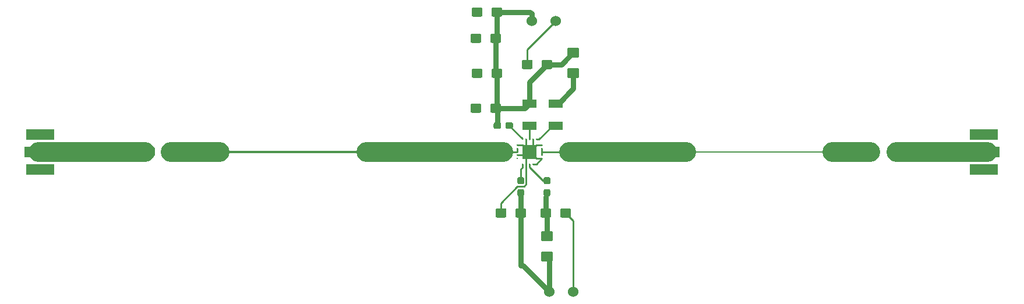
<source format=gbr>
G04 #@! TF.GenerationSoftware,KiCad,Pcbnew,5.1.2-f72e74a~84~ubuntu18.04.1*
G04 #@! TF.CreationDate,2019-11-12T11:29:02+01:00*
G04 #@! TF.ProjectId,matched_rf_amp,6d617463-6865-4645-9f72-665f616d702e,rev?*
G04 #@! TF.SameCoordinates,Original*
G04 #@! TF.FileFunction,Copper,L1,Top*
G04 #@! TF.FilePolarity,Positive*
%FSLAX46Y46*%
G04 Gerber Fmt 4.6, Leading zero omitted, Abs format (unit mm)*
G04 Created by KiCad (PCBNEW 5.1.2-f72e74a~84~ubuntu18.04.1) date 2019-11-12 11:29:02*
%MOMM*%
%LPD*%
G04 APERTURE LIST*
%ADD10R,2.150000X2.150000*%
%ADD11R,0.230000X0.230000*%
%ADD12R,2.000000X1.200000*%
%ADD13R,4.060000X1.520000*%
%ADD14R,4.600000X1.520000*%
%ADD15C,1.524000*%
%ADD16C,0.100000*%
%ADD17C,1.425000*%
%ADD18C,0.950000*%
%ADD19C,1.350000*%
%ADD20C,0.800000*%
%ADD21C,0.250000*%
%ADD22C,0.750000*%
%ADD23C,2.900000*%
%ADD24C,0.200000*%
%ADD25C,0.369000*%
G04 APERTURE END LIST*
D10*
X147320000Y-124460000D03*
D11*
X146320000Y-122675000D03*
X146820000Y-122675000D03*
X147320000Y-122675000D03*
X147820000Y-122675000D03*
X148320000Y-122675000D03*
X149105000Y-123460000D03*
X149105000Y-123960000D03*
X149105000Y-124460000D03*
X149105000Y-124960000D03*
X149105000Y-125460000D03*
X148320000Y-126245000D03*
X147820000Y-126245000D03*
X147320000Y-126245000D03*
X146820000Y-126245000D03*
X146320000Y-126245000D03*
X145535000Y-125460000D03*
X145535000Y-124960000D03*
X145535000Y-124460000D03*
X145535000Y-123960000D03*
X145535000Y-123460000D03*
D12*
X151130000Y-120650000D03*
X151130000Y-117450000D03*
D13*
X213360000Y-127000000D03*
X213360000Y-121920000D03*
D14*
X213360000Y-124460000D03*
D13*
X76200000Y-121920000D03*
X76200000Y-127000000D03*
D14*
X76200000Y-124460000D03*
D15*
X153670000Y-144780000D03*
X150170000Y-144780000D03*
D16*
G36*
X150509504Y-138988704D02*
G01*
X150533773Y-138992304D01*
X150557571Y-138998265D01*
X150580671Y-139006530D01*
X150602849Y-139017020D01*
X150623893Y-139029633D01*
X150643598Y-139044247D01*
X150661777Y-139060723D01*
X150678253Y-139078902D01*
X150692867Y-139098607D01*
X150705480Y-139119651D01*
X150715970Y-139141829D01*
X150724235Y-139164929D01*
X150730196Y-139188727D01*
X150733796Y-139212996D01*
X150735000Y-139237500D01*
X150735000Y-140162500D01*
X150733796Y-140187004D01*
X150730196Y-140211273D01*
X150724235Y-140235071D01*
X150715970Y-140258171D01*
X150705480Y-140280349D01*
X150692867Y-140301393D01*
X150678253Y-140321098D01*
X150661777Y-140339277D01*
X150643598Y-140355753D01*
X150623893Y-140370367D01*
X150602849Y-140382980D01*
X150580671Y-140393470D01*
X150557571Y-140401735D01*
X150533773Y-140407696D01*
X150509504Y-140411296D01*
X150485000Y-140412500D01*
X149235000Y-140412500D01*
X149210496Y-140411296D01*
X149186227Y-140407696D01*
X149162429Y-140401735D01*
X149139329Y-140393470D01*
X149117151Y-140382980D01*
X149096107Y-140370367D01*
X149076402Y-140355753D01*
X149058223Y-140339277D01*
X149041747Y-140321098D01*
X149027133Y-140301393D01*
X149014520Y-140280349D01*
X149004030Y-140258171D01*
X148995765Y-140235071D01*
X148989804Y-140211273D01*
X148986204Y-140187004D01*
X148985000Y-140162500D01*
X148985000Y-139237500D01*
X148986204Y-139212996D01*
X148989804Y-139188727D01*
X148995765Y-139164929D01*
X149004030Y-139141829D01*
X149014520Y-139119651D01*
X149027133Y-139098607D01*
X149041747Y-139078902D01*
X149058223Y-139060723D01*
X149076402Y-139044247D01*
X149096107Y-139029633D01*
X149117151Y-139017020D01*
X149139329Y-139006530D01*
X149162429Y-138998265D01*
X149186227Y-138992304D01*
X149210496Y-138988704D01*
X149235000Y-138987500D01*
X150485000Y-138987500D01*
X150509504Y-138988704D01*
X150509504Y-138988704D01*
G37*
D17*
X149860000Y-139700000D03*
D16*
G36*
X150509504Y-136013704D02*
G01*
X150533773Y-136017304D01*
X150557571Y-136023265D01*
X150580671Y-136031530D01*
X150602849Y-136042020D01*
X150623893Y-136054633D01*
X150643598Y-136069247D01*
X150661777Y-136085723D01*
X150678253Y-136103902D01*
X150692867Y-136123607D01*
X150705480Y-136144651D01*
X150715970Y-136166829D01*
X150724235Y-136189929D01*
X150730196Y-136213727D01*
X150733796Y-136237996D01*
X150735000Y-136262500D01*
X150735000Y-137187500D01*
X150733796Y-137212004D01*
X150730196Y-137236273D01*
X150724235Y-137260071D01*
X150715970Y-137283171D01*
X150705480Y-137305349D01*
X150692867Y-137326393D01*
X150678253Y-137346098D01*
X150661777Y-137364277D01*
X150643598Y-137380753D01*
X150623893Y-137395367D01*
X150602849Y-137407980D01*
X150580671Y-137418470D01*
X150557571Y-137426735D01*
X150533773Y-137432696D01*
X150509504Y-137436296D01*
X150485000Y-137437500D01*
X149235000Y-137437500D01*
X149210496Y-137436296D01*
X149186227Y-137432696D01*
X149162429Y-137426735D01*
X149139329Y-137418470D01*
X149117151Y-137407980D01*
X149096107Y-137395367D01*
X149076402Y-137380753D01*
X149058223Y-137364277D01*
X149041747Y-137346098D01*
X149027133Y-137326393D01*
X149014520Y-137305349D01*
X149004030Y-137283171D01*
X148995765Y-137260071D01*
X148989804Y-137236273D01*
X148986204Y-137212004D01*
X148985000Y-137187500D01*
X148985000Y-136262500D01*
X148986204Y-136237996D01*
X148989804Y-136213727D01*
X148995765Y-136189929D01*
X149004030Y-136166829D01*
X149014520Y-136144651D01*
X149027133Y-136123607D01*
X149041747Y-136103902D01*
X149058223Y-136085723D01*
X149076402Y-136069247D01*
X149096107Y-136054633D01*
X149117151Y-136042020D01*
X149139329Y-136031530D01*
X149162429Y-136023265D01*
X149186227Y-136017304D01*
X149210496Y-136013704D01*
X149235000Y-136012500D01*
X150485000Y-136012500D01*
X150509504Y-136013704D01*
X150509504Y-136013704D01*
G37*
D17*
X149860000Y-136725000D03*
D16*
G36*
X154319504Y-112318704D02*
G01*
X154343773Y-112322304D01*
X154367571Y-112328265D01*
X154390671Y-112336530D01*
X154412849Y-112347020D01*
X154433893Y-112359633D01*
X154453598Y-112374247D01*
X154471777Y-112390723D01*
X154488253Y-112408902D01*
X154502867Y-112428607D01*
X154515480Y-112449651D01*
X154525970Y-112471829D01*
X154534235Y-112494929D01*
X154540196Y-112518727D01*
X154543796Y-112542996D01*
X154545000Y-112567500D01*
X154545000Y-113492500D01*
X154543796Y-113517004D01*
X154540196Y-113541273D01*
X154534235Y-113565071D01*
X154525970Y-113588171D01*
X154515480Y-113610349D01*
X154502867Y-113631393D01*
X154488253Y-113651098D01*
X154471777Y-113669277D01*
X154453598Y-113685753D01*
X154433893Y-113700367D01*
X154412849Y-113712980D01*
X154390671Y-113723470D01*
X154367571Y-113731735D01*
X154343773Y-113737696D01*
X154319504Y-113741296D01*
X154295000Y-113742500D01*
X153045000Y-113742500D01*
X153020496Y-113741296D01*
X152996227Y-113737696D01*
X152972429Y-113731735D01*
X152949329Y-113723470D01*
X152927151Y-113712980D01*
X152906107Y-113700367D01*
X152886402Y-113685753D01*
X152868223Y-113669277D01*
X152851747Y-113651098D01*
X152837133Y-113631393D01*
X152824520Y-113610349D01*
X152814030Y-113588171D01*
X152805765Y-113565071D01*
X152799804Y-113541273D01*
X152796204Y-113517004D01*
X152795000Y-113492500D01*
X152795000Y-112567500D01*
X152796204Y-112542996D01*
X152799804Y-112518727D01*
X152805765Y-112494929D01*
X152814030Y-112471829D01*
X152824520Y-112449651D01*
X152837133Y-112428607D01*
X152851747Y-112408902D01*
X152868223Y-112390723D01*
X152886402Y-112374247D01*
X152906107Y-112359633D01*
X152927151Y-112347020D01*
X152949329Y-112336530D01*
X152972429Y-112328265D01*
X152996227Y-112322304D01*
X153020496Y-112318704D01*
X153045000Y-112317500D01*
X154295000Y-112317500D01*
X154319504Y-112318704D01*
X154319504Y-112318704D01*
G37*
D17*
X153670000Y-113030000D03*
D16*
G36*
X154319504Y-109343704D02*
G01*
X154343773Y-109347304D01*
X154367571Y-109353265D01*
X154390671Y-109361530D01*
X154412849Y-109372020D01*
X154433893Y-109384633D01*
X154453598Y-109399247D01*
X154471777Y-109415723D01*
X154488253Y-109433902D01*
X154502867Y-109453607D01*
X154515480Y-109474651D01*
X154525970Y-109496829D01*
X154534235Y-109519929D01*
X154540196Y-109543727D01*
X154543796Y-109567996D01*
X154545000Y-109592500D01*
X154545000Y-110517500D01*
X154543796Y-110542004D01*
X154540196Y-110566273D01*
X154534235Y-110590071D01*
X154525970Y-110613171D01*
X154515480Y-110635349D01*
X154502867Y-110656393D01*
X154488253Y-110676098D01*
X154471777Y-110694277D01*
X154453598Y-110710753D01*
X154433893Y-110725367D01*
X154412849Y-110737980D01*
X154390671Y-110748470D01*
X154367571Y-110756735D01*
X154343773Y-110762696D01*
X154319504Y-110766296D01*
X154295000Y-110767500D01*
X153045000Y-110767500D01*
X153020496Y-110766296D01*
X152996227Y-110762696D01*
X152972429Y-110756735D01*
X152949329Y-110748470D01*
X152927151Y-110737980D01*
X152906107Y-110725367D01*
X152886402Y-110710753D01*
X152868223Y-110694277D01*
X152851747Y-110676098D01*
X152837133Y-110656393D01*
X152824520Y-110635349D01*
X152814030Y-110613171D01*
X152805765Y-110590071D01*
X152799804Y-110566273D01*
X152796204Y-110542004D01*
X152795000Y-110517500D01*
X152795000Y-109592500D01*
X152796204Y-109567996D01*
X152799804Y-109543727D01*
X152805765Y-109519929D01*
X152814030Y-109496829D01*
X152824520Y-109474651D01*
X152837133Y-109453607D01*
X152851747Y-109433902D01*
X152868223Y-109415723D01*
X152886402Y-109399247D01*
X152906107Y-109384633D01*
X152927151Y-109372020D01*
X152949329Y-109361530D01*
X152972429Y-109353265D01*
X152996227Y-109347304D01*
X153020496Y-109343704D01*
X153045000Y-109342500D01*
X154295000Y-109342500D01*
X154319504Y-109343704D01*
X154319504Y-109343704D01*
G37*
D17*
X153670000Y-110055000D03*
D16*
G36*
X146310779Y-129891144D02*
G01*
X146333834Y-129894563D01*
X146356443Y-129900227D01*
X146378387Y-129908079D01*
X146399457Y-129918044D01*
X146419448Y-129930026D01*
X146438168Y-129943910D01*
X146455438Y-129959562D01*
X146471090Y-129976832D01*
X146484974Y-129995552D01*
X146496956Y-130015543D01*
X146506921Y-130036613D01*
X146514773Y-130058557D01*
X146520437Y-130081166D01*
X146523856Y-130104221D01*
X146525000Y-130127500D01*
X146525000Y-130702500D01*
X146523856Y-130725779D01*
X146520437Y-130748834D01*
X146514773Y-130771443D01*
X146506921Y-130793387D01*
X146496956Y-130814457D01*
X146484974Y-130834448D01*
X146471090Y-130853168D01*
X146455438Y-130870438D01*
X146438168Y-130886090D01*
X146419448Y-130899974D01*
X146399457Y-130911956D01*
X146378387Y-130921921D01*
X146356443Y-130929773D01*
X146333834Y-130935437D01*
X146310779Y-130938856D01*
X146287500Y-130940000D01*
X145812500Y-130940000D01*
X145789221Y-130938856D01*
X145766166Y-130935437D01*
X145743557Y-130929773D01*
X145721613Y-130921921D01*
X145700543Y-130911956D01*
X145680552Y-130899974D01*
X145661832Y-130886090D01*
X145644562Y-130870438D01*
X145628910Y-130853168D01*
X145615026Y-130834448D01*
X145603044Y-130814457D01*
X145593079Y-130793387D01*
X145585227Y-130771443D01*
X145579563Y-130748834D01*
X145576144Y-130725779D01*
X145575000Y-130702500D01*
X145575000Y-130127500D01*
X145576144Y-130104221D01*
X145579563Y-130081166D01*
X145585227Y-130058557D01*
X145593079Y-130036613D01*
X145603044Y-130015543D01*
X145615026Y-129995552D01*
X145628910Y-129976832D01*
X145644562Y-129959562D01*
X145661832Y-129943910D01*
X145680552Y-129930026D01*
X145700543Y-129918044D01*
X145721613Y-129908079D01*
X145743557Y-129900227D01*
X145766166Y-129894563D01*
X145789221Y-129891144D01*
X145812500Y-129890000D01*
X146287500Y-129890000D01*
X146310779Y-129891144D01*
X146310779Y-129891144D01*
G37*
D18*
X146050000Y-130415000D03*
D16*
G36*
X146310779Y-128141144D02*
G01*
X146333834Y-128144563D01*
X146356443Y-128150227D01*
X146378387Y-128158079D01*
X146399457Y-128168044D01*
X146419448Y-128180026D01*
X146438168Y-128193910D01*
X146455438Y-128209562D01*
X146471090Y-128226832D01*
X146484974Y-128245552D01*
X146496956Y-128265543D01*
X146506921Y-128286613D01*
X146514773Y-128308557D01*
X146520437Y-128331166D01*
X146523856Y-128354221D01*
X146525000Y-128377500D01*
X146525000Y-128952500D01*
X146523856Y-128975779D01*
X146520437Y-128998834D01*
X146514773Y-129021443D01*
X146506921Y-129043387D01*
X146496956Y-129064457D01*
X146484974Y-129084448D01*
X146471090Y-129103168D01*
X146455438Y-129120438D01*
X146438168Y-129136090D01*
X146419448Y-129149974D01*
X146399457Y-129161956D01*
X146378387Y-129171921D01*
X146356443Y-129179773D01*
X146333834Y-129185437D01*
X146310779Y-129188856D01*
X146287500Y-129190000D01*
X145812500Y-129190000D01*
X145789221Y-129188856D01*
X145766166Y-129185437D01*
X145743557Y-129179773D01*
X145721613Y-129171921D01*
X145700543Y-129161956D01*
X145680552Y-129149974D01*
X145661832Y-129136090D01*
X145644562Y-129120438D01*
X145628910Y-129103168D01*
X145615026Y-129084448D01*
X145603044Y-129064457D01*
X145593079Y-129043387D01*
X145585227Y-129021443D01*
X145579563Y-128998834D01*
X145576144Y-128975779D01*
X145575000Y-128952500D01*
X145575000Y-128377500D01*
X145576144Y-128354221D01*
X145579563Y-128331166D01*
X145585227Y-128308557D01*
X145593079Y-128286613D01*
X145603044Y-128265543D01*
X145615026Y-128245552D01*
X145628910Y-128226832D01*
X145644562Y-128209562D01*
X145661832Y-128193910D01*
X145680552Y-128180026D01*
X145700543Y-128168044D01*
X145721613Y-128158079D01*
X145743557Y-128150227D01*
X145766166Y-128144563D01*
X145789221Y-128141144D01*
X145812500Y-128140000D01*
X146287500Y-128140000D01*
X146310779Y-128141144D01*
X146310779Y-128141144D01*
G37*
D18*
X146050000Y-128665000D03*
D16*
G36*
X150120779Y-129891144D02*
G01*
X150143834Y-129894563D01*
X150166443Y-129900227D01*
X150188387Y-129908079D01*
X150209457Y-129918044D01*
X150229448Y-129930026D01*
X150248168Y-129943910D01*
X150265438Y-129959562D01*
X150281090Y-129976832D01*
X150294974Y-129995552D01*
X150306956Y-130015543D01*
X150316921Y-130036613D01*
X150324773Y-130058557D01*
X150330437Y-130081166D01*
X150333856Y-130104221D01*
X150335000Y-130127500D01*
X150335000Y-130702500D01*
X150333856Y-130725779D01*
X150330437Y-130748834D01*
X150324773Y-130771443D01*
X150316921Y-130793387D01*
X150306956Y-130814457D01*
X150294974Y-130834448D01*
X150281090Y-130853168D01*
X150265438Y-130870438D01*
X150248168Y-130886090D01*
X150229448Y-130899974D01*
X150209457Y-130911956D01*
X150188387Y-130921921D01*
X150166443Y-130929773D01*
X150143834Y-130935437D01*
X150120779Y-130938856D01*
X150097500Y-130940000D01*
X149622500Y-130940000D01*
X149599221Y-130938856D01*
X149576166Y-130935437D01*
X149553557Y-130929773D01*
X149531613Y-130921921D01*
X149510543Y-130911956D01*
X149490552Y-130899974D01*
X149471832Y-130886090D01*
X149454562Y-130870438D01*
X149438910Y-130853168D01*
X149425026Y-130834448D01*
X149413044Y-130814457D01*
X149403079Y-130793387D01*
X149395227Y-130771443D01*
X149389563Y-130748834D01*
X149386144Y-130725779D01*
X149385000Y-130702500D01*
X149385000Y-130127500D01*
X149386144Y-130104221D01*
X149389563Y-130081166D01*
X149395227Y-130058557D01*
X149403079Y-130036613D01*
X149413044Y-130015543D01*
X149425026Y-129995552D01*
X149438910Y-129976832D01*
X149454562Y-129959562D01*
X149471832Y-129943910D01*
X149490552Y-129930026D01*
X149510543Y-129918044D01*
X149531613Y-129908079D01*
X149553557Y-129900227D01*
X149576166Y-129894563D01*
X149599221Y-129891144D01*
X149622500Y-129890000D01*
X150097500Y-129890000D01*
X150120779Y-129891144D01*
X150120779Y-129891144D01*
G37*
D18*
X149860000Y-130415000D03*
D16*
G36*
X150120779Y-128141144D02*
G01*
X150143834Y-128144563D01*
X150166443Y-128150227D01*
X150188387Y-128158079D01*
X150209457Y-128168044D01*
X150229448Y-128180026D01*
X150248168Y-128193910D01*
X150265438Y-128209562D01*
X150281090Y-128226832D01*
X150294974Y-128245552D01*
X150306956Y-128265543D01*
X150316921Y-128286613D01*
X150324773Y-128308557D01*
X150330437Y-128331166D01*
X150333856Y-128354221D01*
X150335000Y-128377500D01*
X150335000Y-128952500D01*
X150333856Y-128975779D01*
X150330437Y-128998834D01*
X150324773Y-129021443D01*
X150316921Y-129043387D01*
X150306956Y-129064457D01*
X150294974Y-129084448D01*
X150281090Y-129103168D01*
X150265438Y-129120438D01*
X150248168Y-129136090D01*
X150229448Y-129149974D01*
X150209457Y-129161956D01*
X150188387Y-129171921D01*
X150166443Y-129179773D01*
X150143834Y-129185437D01*
X150120779Y-129188856D01*
X150097500Y-129190000D01*
X149622500Y-129190000D01*
X149599221Y-129188856D01*
X149576166Y-129185437D01*
X149553557Y-129179773D01*
X149531613Y-129171921D01*
X149510543Y-129161956D01*
X149490552Y-129149974D01*
X149471832Y-129136090D01*
X149454562Y-129120438D01*
X149438910Y-129103168D01*
X149425026Y-129084448D01*
X149413044Y-129064457D01*
X149403079Y-129043387D01*
X149395227Y-129021443D01*
X149389563Y-128998834D01*
X149386144Y-128975779D01*
X149385000Y-128952500D01*
X149385000Y-128377500D01*
X149386144Y-128354221D01*
X149389563Y-128331166D01*
X149395227Y-128308557D01*
X149403079Y-128286613D01*
X149413044Y-128265543D01*
X149425026Y-128245552D01*
X149438910Y-128226832D01*
X149454562Y-128209562D01*
X149471832Y-128193910D01*
X149490552Y-128180026D01*
X149510543Y-128168044D01*
X149531613Y-128158079D01*
X149553557Y-128150227D01*
X149576166Y-128144563D01*
X149599221Y-128141144D01*
X149622500Y-128140000D01*
X150097500Y-128140000D01*
X150120779Y-128141144D01*
X150120779Y-128141144D01*
G37*
D18*
X149860000Y-128665000D03*
D16*
G36*
X144695779Y-120176144D02*
G01*
X144718834Y-120179563D01*
X144741443Y-120185227D01*
X144763387Y-120193079D01*
X144784457Y-120203044D01*
X144804448Y-120215026D01*
X144823168Y-120228910D01*
X144840438Y-120244562D01*
X144856090Y-120261832D01*
X144869974Y-120280552D01*
X144881956Y-120300543D01*
X144891921Y-120321613D01*
X144899773Y-120343557D01*
X144905437Y-120366166D01*
X144908856Y-120389221D01*
X144910000Y-120412500D01*
X144910000Y-120887500D01*
X144908856Y-120910779D01*
X144905437Y-120933834D01*
X144899773Y-120956443D01*
X144891921Y-120978387D01*
X144881956Y-120999457D01*
X144869974Y-121019448D01*
X144856090Y-121038168D01*
X144840438Y-121055438D01*
X144823168Y-121071090D01*
X144804448Y-121084974D01*
X144784457Y-121096956D01*
X144763387Y-121106921D01*
X144741443Y-121114773D01*
X144718834Y-121120437D01*
X144695779Y-121123856D01*
X144672500Y-121125000D01*
X144097500Y-121125000D01*
X144074221Y-121123856D01*
X144051166Y-121120437D01*
X144028557Y-121114773D01*
X144006613Y-121106921D01*
X143985543Y-121096956D01*
X143965552Y-121084974D01*
X143946832Y-121071090D01*
X143929562Y-121055438D01*
X143913910Y-121038168D01*
X143900026Y-121019448D01*
X143888044Y-120999457D01*
X143878079Y-120978387D01*
X143870227Y-120956443D01*
X143864563Y-120933834D01*
X143861144Y-120910779D01*
X143860000Y-120887500D01*
X143860000Y-120412500D01*
X143861144Y-120389221D01*
X143864563Y-120366166D01*
X143870227Y-120343557D01*
X143878079Y-120321613D01*
X143888044Y-120300543D01*
X143900026Y-120280552D01*
X143913910Y-120261832D01*
X143929562Y-120244562D01*
X143946832Y-120228910D01*
X143965552Y-120215026D01*
X143985543Y-120203044D01*
X144006613Y-120193079D01*
X144028557Y-120185227D01*
X144051166Y-120179563D01*
X144074221Y-120176144D01*
X144097500Y-120175000D01*
X144672500Y-120175000D01*
X144695779Y-120176144D01*
X144695779Y-120176144D01*
G37*
D18*
X144385000Y-120650000D03*
D16*
G36*
X142945779Y-120176144D02*
G01*
X142968834Y-120179563D01*
X142991443Y-120185227D01*
X143013387Y-120193079D01*
X143034457Y-120203044D01*
X143054448Y-120215026D01*
X143073168Y-120228910D01*
X143090438Y-120244562D01*
X143106090Y-120261832D01*
X143119974Y-120280552D01*
X143131956Y-120300543D01*
X143141921Y-120321613D01*
X143149773Y-120343557D01*
X143155437Y-120366166D01*
X143158856Y-120389221D01*
X143160000Y-120412500D01*
X143160000Y-120887500D01*
X143158856Y-120910779D01*
X143155437Y-120933834D01*
X143149773Y-120956443D01*
X143141921Y-120978387D01*
X143131956Y-120999457D01*
X143119974Y-121019448D01*
X143106090Y-121038168D01*
X143090438Y-121055438D01*
X143073168Y-121071090D01*
X143054448Y-121084974D01*
X143034457Y-121096956D01*
X143013387Y-121106921D01*
X142991443Y-121114773D01*
X142968834Y-121120437D01*
X142945779Y-121123856D01*
X142922500Y-121125000D01*
X142347500Y-121125000D01*
X142324221Y-121123856D01*
X142301166Y-121120437D01*
X142278557Y-121114773D01*
X142256613Y-121106921D01*
X142235543Y-121096956D01*
X142215552Y-121084974D01*
X142196832Y-121071090D01*
X142179562Y-121055438D01*
X142163910Y-121038168D01*
X142150026Y-121019448D01*
X142138044Y-120999457D01*
X142128079Y-120978387D01*
X142120227Y-120956443D01*
X142114563Y-120933834D01*
X142111144Y-120910779D01*
X142110000Y-120887500D01*
X142110000Y-120412500D01*
X142111144Y-120389221D01*
X142114563Y-120366166D01*
X142120227Y-120343557D01*
X142128079Y-120321613D01*
X142138044Y-120300543D01*
X142150026Y-120280552D01*
X142163910Y-120261832D01*
X142179562Y-120244562D01*
X142196832Y-120228910D01*
X142215552Y-120215026D01*
X142235543Y-120203044D01*
X142256613Y-120193079D01*
X142278557Y-120185227D01*
X142301166Y-120179563D01*
X142324221Y-120176144D01*
X142347500Y-120175000D01*
X142922500Y-120175000D01*
X142945779Y-120176144D01*
X142945779Y-120176144D01*
G37*
D18*
X142635000Y-120650000D03*
D12*
X147320000Y-120650000D03*
X147320000Y-117450000D03*
D15*
X151130000Y-105410000D03*
X147630000Y-105410000D03*
D16*
G36*
X140262005Y-103466204D02*
G01*
X140286273Y-103469804D01*
X140310072Y-103475765D01*
X140333171Y-103484030D01*
X140355350Y-103494520D01*
X140376393Y-103507132D01*
X140396099Y-103521747D01*
X140414277Y-103538223D01*
X140430753Y-103556401D01*
X140445368Y-103576107D01*
X140457980Y-103597150D01*
X140468470Y-103619329D01*
X140476735Y-103642428D01*
X140482696Y-103666227D01*
X140486296Y-103690495D01*
X140487500Y-103714999D01*
X140487500Y-104565001D01*
X140486296Y-104589505D01*
X140482696Y-104613773D01*
X140476735Y-104637572D01*
X140468470Y-104660671D01*
X140457980Y-104682850D01*
X140445368Y-104703893D01*
X140430753Y-104723599D01*
X140414277Y-104741777D01*
X140396099Y-104758253D01*
X140376393Y-104772868D01*
X140355350Y-104785480D01*
X140333171Y-104795970D01*
X140310072Y-104804235D01*
X140286273Y-104810196D01*
X140262005Y-104813796D01*
X140237501Y-104815000D01*
X139162499Y-104815000D01*
X139137995Y-104813796D01*
X139113727Y-104810196D01*
X139089928Y-104804235D01*
X139066829Y-104795970D01*
X139044650Y-104785480D01*
X139023607Y-104772868D01*
X139003901Y-104758253D01*
X138985723Y-104741777D01*
X138969247Y-104723599D01*
X138954632Y-104703893D01*
X138942020Y-104682850D01*
X138931530Y-104660671D01*
X138923265Y-104637572D01*
X138917304Y-104613773D01*
X138913704Y-104589505D01*
X138912500Y-104565001D01*
X138912500Y-103714999D01*
X138913704Y-103690495D01*
X138917304Y-103666227D01*
X138923265Y-103642428D01*
X138931530Y-103619329D01*
X138942020Y-103597150D01*
X138954632Y-103576107D01*
X138969247Y-103556401D01*
X138985723Y-103538223D01*
X139003901Y-103521747D01*
X139023607Y-103507132D01*
X139044650Y-103494520D01*
X139066829Y-103484030D01*
X139089928Y-103475765D01*
X139113727Y-103469804D01*
X139137995Y-103466204D01*
X139162499Y-103465000D01*
X140237501Y-103465000D01*
X140262005Y-103466204D01*
X140262005Y-103466204D01*
G37*
D19*
X139700000Y-104140000D03*
D16*
G36*
X143137005Y-103466204D02*
G01*
X143161273Y-103469804D01*
X143185072Y-103475765D01*
X143208171Y-103484030D01*
X143230350Y-103494520D01*
X143251393Y-103507132D01*
X143271099Y-103521747D01*
X143289277Y-103538223D01*
X143305753Y-103556401D01*
X143320368Y-103576107D01*
X143332980Y-103597150D01*
X143343470Y-103619329D01*
X143351735Y-103642428D01*
X143357696Y-103666227D01*
X143361296Y-103690495D01*
X143362500Y-103714999D01*
X143362500Y-104565001D01*
X143361296Y-104589505D01*
X143357696Y-104613773D01*
X143351735Y-104637572D01*
X143343470Y-104660671D01*
X143332980Y-104682850D01*
X143320368Y-104703893D01*
X143305753Y-104723599D01*
X143289277Y-104741777D01*
X143271099Y-104758253D01*
X143251393Y-104772868D01*
X143230350Y-104785480D01*
X143208171Y-104795970D01*
X143185072Y-104804235D01*
X143161273Y-104810196D01*
X143137005Y-104813796D01*
X143112501Y-104815000D01*
X142037499Y-104815000D01*
X142012995Y-104813796D01*
X141988727Y-104810196D01*
X141964928Y-104804235D01*
X141941829Y-104795970D01*
X141919650Y-104785480D01*
X141898607Y-104772868D01*
X141878901Y-104758253D01*
X141860723Y-104741777D01*
X141844247Y-104723599D01*
X141829632Y-104703893D01*
X141817020Y-104682850D01*
X141806530Y-104660671D01*
X141798265Y-104637572D01*
X141792304Y-104613773D01*
X141788704Y-104589505D01*
X141787500Y-104565001D01*
X141787500Y-103714999D01*
X141788704Y-103690495D01*
X141792304Y-103666227D01*
X141798265Y-103642428D01*
X141806530Y-103619329D01*
X141817020Y-103597150D01*
X141829632Y-103576107D01*
X141844247Y-103556401D01*
X141860723Y-103538223D01*
X141878901Y-103521747D01*
X141898607Y-103507132D01*
X141919650Y-103494520D01*
X141941829Y-103484030D01*
X141964928Y-103475765D01*
X141988727Y-103469804D01*
X142012995Y-103466204D01*
X142037499Y-103465000D01*
X143112501Y-103465000D01*
X143137005Y-103466204D01*
X143137005Y-103466204D01*
G37*
D19*
X142575000Y-104140000D03*
D16*
G36*
X150254505Y-132676204D02*
G01*
X150278773Y-132679804D01*
X150302572Y-132685765D01*
X150325671Y-132694030D01*
X150347850Y-132704520D01*
X150368893Y-132717132D01*
X150388599Y-132731747D01*
X150406777Y-132748223D01*
X150423253Y-132766401D01*
X150437868Y-132786107D01*
X150450480Y-132807150D01*
X150460970Y-132829329D01*
X150469235Y-132852428D01*
X150475196Y-132876227D01*
X150478796Y-132900495D01*
X150480000Y-132924999D01*
X150480000Y-133775001D01*
X150478796Y-133799505D01*
X150475196Y-133823773D01*
X150469235Y-133847572D01*
X150460970Y-133870671D01*
X150450480Y-133892850D01*
X150437868Y-133913893D01*
X150423253Y-133933599D01*
X150406777Y-133951777D01*
X150388599Y-133968253D01*
X150368893Y-133982868D01*
X150347850Y-133995480D01*
X150325671Y-134005970D01*
X150302572Y-134014235D01*
X150278773Y-134020196D01*
X150254505Y-134023796D01*
X150230001Y-134025000D01*
X149154999Y-134025000D01*
X149130495Y-134023796D01*
X149106227Y-134020196D01*
X149082428Y-134014235D01*
X149059329Y-134005970D01*
X149037150Y-133995480D01*
X149016107Y-133982868D01*
X148996401Y-133968253D01*
X148978223Y-133951777D01*
X148961747Y-133933599D01*
X148947132Y-133913893D01*
X148934520Y-133892850D01*
X148924030Y-133870671D01*
X148915765Y-133847572D01*
X148909804Y-133823773D01*
X148906204Y-133799505D01*
X148905000Y-133775001D01*
X148905000Y-132924999D01*
X148906204Y-132900495D01*
X148909804Y-132876227D01*
X148915765Y-132852428D01*
X148924030Y-132829329D01*
X148934520Y-132807150D01*
X148947132Y-132786107D01*
X148961747Y-132766401D01*
X148978223Y-132748223D01*
X148996401Y-132731747D01*
X149016107Y-132717132D01*
X149037150Y-132704520D01*
X149059329Y-132694030D01*
X149082428Y-132685765D01*
X149106227Y-132679804D01*
X149130495Y-132676204D01*
X149154999Y-132675000D01*
X150230001Y-132675000D01*
X150254505Y-132676204D01*
X150254505Y-132676204D01*
G37*
D19*
X149692500Y-133350000D03*
D16*
G36*
X153129505Y-132676204D02*
G01*
X153153773Y-132679804D01*
X153177572Y-132685765D01*
X153200671Y-132694030D01*
X153222850Y-132704520D01*
X153243893Y-132717132D01*
X153263599Y-132731747D01*
X153281777Y-132748223D01*
X153298253Y-132766401D01*
X153312868Y-132786107D01*
X153325480Y-132807150D01*
X153335970Y-132829329D01*
X153344235Y-132852428D01*
X153350196Y-132876227D01*
X153353796Y-132900495D01*
X153355000Y-132924999D01*
X153355000Y-133775001D01*
X153353796Y-133799505D01*
X153350196Y-133823773D01*
X153344235Y-133847572D01*
X153335970Y-133870671D01*
X153325480Y-133892850D01*
X153312868Y-133913893D01*
X153298253Y-133933599D01*
X153281777Y-133951777D01*
X153263599Y-133968253D01*
X153243893Y-133982868D01*
X153222850Y-133995480D01*
X153200671Y-134005970D01*
X153177572Y-134014235D01*
X153153773Y-134020196D01*
X153129505Y-134023796D01*
X153105001Y-134025000D01*
X152029999Y-134025000D01*
X152005495Y-134023796D01*
X151981227Y-134020196D01*
X151957428Y-134014235D01*
X151934329Y-134005970D01*
X151912150Y-133995480D01*
X151891107Y-133982868D01*
X151871401Y-133968253D01*
X151853223Y-133951777D01*
X151836747Y-133933599D01*
X151822132Y-133913893D01*
X151809520Y-133892850D01*
X151799030Y-133870671D01*
X151790765Y-133847572D01*
X151784804Y-133823773D01*
X151781204Y-133799505D01*
X151780000Y-133775001D01*
X151780000Y-132924999D01*
X151781204Y-132900495D01*
X151784804Y-132876227D01*
X151790765Y-132852428D01*
X151799030Y-132829329D01*
X151809520Y-132807150D01*
X151822132Y-132786107D01*
X151836747Y-132766401D01*
X151853223Y-132748223D01*
X151871401Y-132731747D01*
X151891107Y-132717132D01*
X151912150Y-132704520D01*
X151934329Y-132694030D01*
X151957428Y-132685765D01*
X151981227Y-132679804D01*
X152005495Y-132676204D01*
X152029999Y-132675000D01*
X153105001Y-132675000D01*
X153129505Y-132676204D01*
X153129505Y-132676204D01*
G37*
D19*
X152567500Y-133350000D03*
D16*
G36*
X92637005Y-123786204D02*
G01*
X92661273Y-123789804D01*
X92685072Y-123795765D01*
X92708171Y-123804030D01*
X92730350Y-123814520D01*
X92751393Y-123827132D01*
X92771099Y-123841747D01*
X92789277Y-123858223D01*
X92805753Y-123876401D01*
X92820368Y-123896107D01*
X92832980Y-123917150D01*
X92843470Y-123939329D01*
X92851735Y-123962428D01*
X92857696Y-123986227D01*
X92861296Y-124010495D01*
X92862500Y-124034999D01*
X92862500Y-124885001D01*
X92861296Y-124909505D01*
X92857696Y-124933773D01*
X92851735Y-124957572D01*
X92843470Y-124980671D01*
X92832980Y-125002850D01*
X92820368Y-125023893D01*
X92805753Y-125043599D01*
X92789277Y-125061777D01*
X92771099Y-125078253D01*
X92751393Y-125092868D01*
X92730350Y-125105480D01*
X92708171Y-125115970D01*
X92685072Y-125124235D01*
X92661273Y-125130196D01*
X92637005Y-125133796D01*
X92612501Y-125135000D01*
X91537499Y-125135000D01*
X91512995Y-125133796D01*
X91488727Y-125130196D01*
X91464928Y-125124235D01*
X91441829Y-125115970D01*
X91419650Y-125105480D01*
X91398607Y-125092868D01*
X91378901Y-125078253D01*
X91360723Y-125061777D01*
X91344247Y-125043599D01*
X91329632Y-125023893D01*
X91317020Y-125002850D01*
X91306530Y-124980671D01*
X91298265Y-124957572D01*
X91292304Y-124933773D01*
X91288704Y-124909505D01*
X91287500Y-124885001D01*
X91287500Y-124034999D01*
X91288704Y-124010495D01*
X91292304Y-123986227D01*
X91298265Y-123962428D01*
X91306530Y-123939329D01*
X91317020Y-123917150D01*
X91329632Y-123896107D01*
X91344247Y-123876401D01*
X91360723Y-123858223D01*
X91378901Y-123841747D01*
X91398607Y-123827132D01*
X91419650Y-123814520D01*
X91441829Y-123804030D01*
X91464928Y-123795765D01*
X91488727Y-123789804D01*
X91512995Y-123786204D01*
X91537499Y-123785000D01*
X92612501Y-123785000D01*
X92637005Y-123786204D01*
X92637005Y-123786204D01*
G37*
D19*
X92075000Y-124460000D03*
D16*
G36*
X95512005Y-123786204D02*
G01*
X95536273Y-123789804D01*
X95560072Y-123795765D01*
X95583171Y-123804030D01*
X95605350Y-123814520D01*
X95626393Y-123827132D01*
X95646099Y-123841747D01*
X95664277Y-123858223D01*
X95680753Y-123876401D01*
X95695368Y-123896107D01*
X95707980Y-123917150D01*
X95718470Y-123939329D01*
X95726735Y-123962428D01*
X95732696Y-123986227D01*
X95736296Y-124010495D01*
X95737500Y-124034999D01*
X95737500Y-124885001D01*
X95736296Y-124909505D01*
X95732696Y-124933773D01*
X95726735Y-124957572D01*
X95718470Y-124980671D01*
X95707980Y-125002850D01*
X95695368Y-125023893D01*
X95680753Y-125043599D01*
X95664277Y-125061777D01*
X95646099Y-125078253D01*
X95626393Y-125092868D01*
X95605350Y-125105480D01*
X95583171Y-125115970D01*
X95560072Y-125124235D01*
X95536273Y-125130196D01*
X95512005Y-125133796D01*
X95487501Y-125135000D01*
X94412499Y-125135000D01*
X94387995Y-125133796D01*
X94363727Y-125130196D01*
X94339928Y-125124235D01*
X94316829Y-125115970D01*
X94294650Y-125105480D01*
X94273607Y-125092868D01*
X94253901Y-125078253D01*
X94235723Y-125061777D01*
X94219247Y-125043599D01*
X94204632Y-125023893D01*
X94192020Y-125002850D01*
X94181530Y-124980671D01*
X94173265Y-124957572D01*
X94167304Y-124933773D01*
X94163704Y-124909505D01*
X94162500Y-124885001D01*
X94162500Y-124034999D01*
X94163704Y-124010495D01*
X94167304Y-123986227D01*
X94173265Y-123962428D01*
X94181530Y-123939329D01*
X94192020Y-123917150D01*
X94204632Y-123896107D01*
X94219247Y-123876401D01*
X94235723Y-123858223D01*
X94253901Y-123841747D01*
X94273607Y-123827132D01*
X94294650Y-123814520D01*
X94316829Y-123804030D01*
X94339928Y-123795765D01*
X94363727Y-123789804D01*
X94387995Y-123786204D01*
X94412499Y-123785000D01*
X95487501Y-123785000D01*
X95512005Y-123786204D01*
X95512005Y-123786204D01*
G37*
D19*
X94950000Y-124460000D03*
D16*
G36*
X150422005Y-111086204D02*
G01*
X150446273Y-111089804D01*
X150470072Y-111095765D01*
X150493171Y-111104030D01*
X150515350Y-111114520D01*
X150536393Y-111127132D01*
X150556099Y-111141747D01*
X150574277Y-111158223D01*
X150590753Y-111176401D01*
X150605368Y-111196107D01*
X150617980Y-111217150D01*
X150628470Y-111239329D01*
X150636735Y-111262428D01*
X150642696Y-111286227D01*
X150646296Y-111310495D01*
X150647500Y-111334999D01*
X150647500Y-112185001D01*
X150646296Y-112209505D01*
X150642696Y-112233773D01*
X150636735Y-112257572D01*
X150628470Y-112280671D01*
X150617980Y-112302850D01*
X150605368Y-112323893D01*
X150590753Y-112343599D01*
X150574277Y-112361777D01*
X150556099Y-112378253D01*
X150536393Y-112392868D01*
X150515350Y-112405480D01*
X150493171Y-112415970D01*
X150470072Y-112424235D01*
X150446273Y-112430196D01*
X150422005Y-112433796D01*
X150397501Y-112435000D01*
X149322499Y-112435000D01*
X149297995Y-112433796D01*
X149273727Y-112430196D01*
X149249928Y-112424235D01*
X149226829Y-112415970D01*
X149204650Y-112405480D01*
X149183607Y-112392868D01*
X149163901Y-112378253D01*
X149145723Y-112361777D01*
X149129247Y-112343599D01*
X149114632Y-112323893D01*
X149102020Y-112302850D01*
X149091530Y-112280671D01*
X149083265Y-112257572D01*
X149077304Y-112233773D01*
X149073704Y-112209505D01*
X149072500Y-112185001D01*
X149072500Y-111334999D01*
X149073704Y-111310495D01*
X149077304Y-111286227D01*
X149083265Y-111262428D01*
X149091530Y-111239329D01*
X149102020Y-111217150D01*
X149114632Y-111196107D01*
X149129247Y-111176401D01*
X149145723Y-111158223D01*
X149163901Y-111141747D01*
X149183607Y-111127132D01*
X149204650Y-111114520D01*
X149226829Y-111104030D01*
X149249928Y-111095765D01*
X149273727Y-111089804D01*
X149297995Y-111086204D01*
X149322499Y-111085000D01*
X150397501Y-111085000D01*
X150422005Y-111086204D01*
X150422005Y-111086204D01*
G37*
D19*
X149860000Y-111760000D03*
D16*
G36*
X147547005Y-111086204D02*
G01*
X147571273Y-111089804D01*
X147595072Y-111095765D01*
X147618171Y-111104030D01*
X147640350Y-111114520D01*
X147661393Y-111127132D01*
X147681099Y-111141747D01*
X147699277Y-111158223D01*
X147715753Y-111176401D01*
X147730368Y-111196107D01*
X147742980Y-111217150D01*
X147753470Y-111239329D01*
X147761735Y-111262428D01*
X147767696Y-111286227D01*
X147771296Y-111310495D01*
X147772500Y-111334999D01*
X147772500Y-112185001D01*
X147771296Y-112209505D01*
X147767696Y-112233773D01*
X147761735Y-112257572D01*
X147753470Y-112280671D01*
X147742980Y-112302850D01*
X147730368Y-112323893D01*
X147715753Y-112343599D01*
X147699277Y-112361777D01*
X147681099Y-112378253D01*
X147661393Y-112392868D01*
X147640350Y-112405480D01*
X147618171Y-112415970D01*
X147595072Y-112424235D01*
X147571273Y-112430196D01*
X147547005Y-112433796D01*
X147522501Y-112435000D01*
X146447499Y-112435000D01*
X146422995Y-112433796D01*
X146398727Y-112430196D01*
X146374928Y-112424235D01*
X146351829Y-112415970D01*
X146329650Y-112405480D01*
X146308607Y-112392868D01*
X146288901Y-112378253D01*
X146270723Y-112361777D01*
X146254247Y-112343599D01*
X146239632Y-112323893D01*
X146227020Y-112302850D01*
X146216530Y-112280671D01*
X146208265Y-112257572D01*
X146202304Y-112233773D01*
X146198704Y-112209505D01*
X146197500Y-112185001D01*
X146197500Y-111334999D01*
X146198704Y-111310495D01*
X146202304Y-111286227D01*
X146208265Y-111262428D01*
X146216530Y-111239329D01*
X146227020Y-111217150D01*
X146239632Y-111196107D01*
X146254247Y-111176401D01*
X146270723Y-111158223D01*
X146288901Y-111141747D01*
X146308607Y-111127132D01*
X146329650Y-111114520D01*
X146351829Y-111104030D01*
X146374928Y-111095765D01*
X146398727Y-111089804D01*
X146422995Y-111086204D01*
X146447499Y-111085000D01*
X147522501Y-111085000D01*
X147547005Y-111086204D01*
X147547005Y-111086204D01*
G37*
D19*
X146985000Y-111760000D03*
D16*
G36*
X140262005Y-112356204D02*
G01*
X140286273Y-112359804D01*
X140310072Y-112365765D01*
X140333171Y-112374030D01*
X140355350Y-112384520D01*
X140376393Y-112397132D01*
X140396099Y-112411747D01*
X140414277Y-112428223D01*
X140430753Y-112446401D01*
X140445368Y-112466107D01*
X140457980Y-112487150D01*
X140468470Y-112509329D01*
X140476735Y-112532428D01*
X140482696Y-112556227D01*
X140486296Y-112580495D01*
X140487500Y-112604999D01*
X140487500Y-113455001D01*
X140486296Y-113479505D01*
X140482696Y-113503773D01*
X140476735Y-113527572D01*
X140468470Y-113550671D01*
X140457980Y-113572850D01*
X140445368Y-113593893D01*
X140430753Y-113613599D01*
X140414277Y-113631777D01*
X140396099Y-113648253D01*
X140376393Y-113662868D01*
X140355350Y-113675480D01*
X140333171Y-113685970D01*
X140310072Y-113694235D01*
X140286273Y-113700196D01*
X140262005Y-113703796D01*
X140237501Y-113705000D01*
X139162499Y-113705000D01*
X139137995Y-113703796D01*
X139113727Y-113700196D01*
X139089928Y-113694235D01*
X139066829Y-113685970D01*
X139044650Y-113675480D01*
X139023607Y-113662868D01*
X139003901Y-113648253D01*
X138985723Y-113631777D01*
X138969247Y-113613599D01*
X138954632Y-113593893D01*
X138942020Y-113572850D01*
X138931530Y-113550671D01*
X138923265Y-113527572D01*
X138917304Y-113503773D01*
X138913704Y-113479505D01*
X138912500Y-113455001D01*
X138912500Y-112604999D01*
X138913704Y-112580495D01*
X138917304Y-112556227D01*
X138923265Y-112532428D01*
X138931530Y-112509329D01*
X138942020Y-112487150D01*
X138954632Y-112466107D01*
X138969247Y-112446401D01*
X138985723Y-112428223D01*
X139003901Y-112411747D01*
X139023607Y-112397132D01*
X139044650Y-112384520D01*
X139066829Y-112374030D01*
X139089928Y-112365765D01*
X139113727Y-112359804D01*
X139137995Y-112356204D01*
X139162499Y-112355000D01*
X140237501Y-112355000D01*
X140262005Y-112356204D01*
X140262005Y-112356204D01*
G37*
D19*
X139700000Y-113030000D03*
D16*
G36*
X143137005Y-112356204D02*
G01*
X143161273Y-112359804D01*
X143185072Y-112365765D01*
X143208171Y-112374030D01*
X143230350Y-112384520D01*
X143251393Y-112397132D01*
X143271099Y-112411747D01*
X143289277Y-112428223D01*
X143305753Y-112446401D01*
X143320368Y-112466107D01*
X143332980Y-112487150D01*
X143343470Y-112509329D01*
X143351735Y-112532428D01*
X143357696Y-112556227D01*
X143361296Y-112580495D01*
X143362500Y-112604999D01*
X143362500Y-113455001D01*
X143361296Y-113479505D01*
X143357696Y-113503773D01*
X143351735Y-113527572D01*
X143343470Y-113550671D01*
X143332980Y-113572850D01*
X143320368Y-113593893D01*
X143305753Y-113613599D01*
X143289277Y-113631777D01*
X143271099Y-113648253D01*
X143251393Y-113662868D01*
X143230350Y-113675480D01*
X143208171Y-113685970D01*
X143185072Y-113694235D01*
X143161273Y-113700196D01*
X143137005Y-113703796D01*
X143112501Y-113705000D01*
X142037499Y-113705000D01*
X142012995Y-113703796D01*
X141988727Y-113700196D01*
X141964928Y-113694235D01*
X141941829Y-113685970D01*
X141919650Y-113675480D01*
X141898607Y-113662868D01*
X141878901Y-113648253D01*
X141860723Y-113631777D01*
X141844247Y-113613599D01*
X141829632Y-113593893D01*
X141817020Y-113572850D01*
X141806530Y-113550671D01*
X141798265Y-113527572D01*
X141792304Y-113503773D01*
X141788704Y-113479505D01*
X141787500Y-113455001D01*
X141787500Y-112604999D01*
X141788704Y-112580495D01*
X141792304Y-112556227D01*
X141798265Y-112532428D01*
X141806530Y-112509329D01*
X141817020Y-112487150D01*
X141829632Y-112466107D01*
X141844247Y-112446401D01*
X141860723Y-112428223D01*
X141878901Y-112411747D01*
X141898607Y-112397132D01*
X141919650Y-112384520D01*
X141941829Y-112374030D01*
X141964928Y-112365765D01*
X141988727Y-112359804D01*
X142012995Y-112356204D01*
X142037499Y-112355000D01*
X143112501Y-112355000D01*
X143137005Y-112356204D01*
X143137005Y-112356204D01*
G37*
D19*
X142575000Y-113030000D03*
D16*
G36*
X143737005Y-132676204D02*
G01*
X143761273Y-132679804D01*
X143785072Y-132685765D01*
X143808171Y-132694030D01*
X143830350Y-132704520D01*
X143851393Y-132717132D01*
X143871099Y-132731747D01*
X143889277Y-132748223D01*
X143905753Y-132766401D01*
X143920368Y-132786107D01*
X143932980Y-132807150D01*
X143943470Y-132829329D01*
X143951735Y-132852428D01*
X143957696Y-132876227D01*
X143961296Y-132900495D01*
X143962500Y-132924999D01*
X143962500Y-133775001D01*
X143961296Y-133799505D01*
X143957696Y-133823773D01*
X143951735Y-133847572D01*
X143943470Y-133870671D01*
X143932980Y-133892850D01*
X143920368Y-133913893D01*
X143905753Y-133933599D01*
X143889277Y-133951777D01*
X143871099Y-133968253D01*
X143851393Y-133982868D01*
X143830350Y-133995480D01*
X143808171Y-134005970D01*
X143785072Y-134014235D01*
X143761273Y-134020196D01*
X143737005Y-134023796D01*
X143712501Y-134025000D01*
X142637499Y-134025000D01*
X142612995Y-134023796D01*
X142588727Y-134020196D01*
X142564928Y-134014235D01*
X142541829Y-134005970D01*
X142519650Y-133995480D01*
X142498607Y-133982868D01*
X142478901Y-133968253D01*
X142460723Y-133951777D01*
X142444247Y-133933599D01*
X142429632Y-133913893D01*
X142417020Y-133892850D01*
X142406530Y-133870671D01*
X142398265Y-133847572D01*
X142392304Y-133823773D01*
X142388704Y-133799505D01*
X142387500Y-133775001D01*
X142387500Y-132924999D01*
X142388704Y-132900495D01*
X142392304Y-132876227D01*
X142398265Y-132852428D01*
X142406530Y-132829329D01*
X142417020Y-132807150D01*
X142429632Y-132786107D01*
X142444247Y-132766401D01*
X142460723Y-132748223D01*
X142478901Y-132731747D01*
X142498607Y-132717132D01*
X142519650Y-132704520D01*
X142541829Y-132694030D01*
X142564928Y-132685765D01*
X142588727Y-132679804D01*
X142612995Y-132676204D01*
X142637499Y-132675000D01*
X143712501Y-132675000D01*
X143737005Y-132676204D01*
X143737005Y-132676204D01*
G37*
D19*
X143175000Y-133350000D03*
D16*
G36*
X146612005Y-132676204D02*
G01*
X146636273Y-132679804D01*
X146660072Y-132685765D01*
X146683171Y-132694030D01*
X146705350Y-132704520D01*
X146726393Y-132717132D01*
X146746099Y-132731747D01*
X146764277Y-132748223D01*
X146780753Y-132766401D01*
X146795368Y-132786107D01*
X146807980Y-132807150D01*
X146818470Y-132829329D01*
X146826735Y-132852428D01*
X146832696Y-132876227D01*
X146836296Y-132900495D01*
X146837500Y-132924999D01*
X146837500Y-133775001D01*
X146836296Y-133799505D01*
X146832696Y-133823773D01*
X146826735Y-133847572D01*
X146818470Y-133870671D01*
X146807980Y-133892850D01*
X146795368Y-133913893D01*
X146780753Y-133933599D01*
X146764277Y-133951777D01*
X146746099Y-133968253D01*
X146726393Y-133982868D01*
X146705350Y-133995480D01*
X146683171Y-134005970D01*
X146660072Y-134014235D01*
X146636273Y-134020196D01*
X146612005Y-134023796D01*
X146587501Y-134025000D01*
X145512499Y-134025000D01*
X145487995Y-134023796D01*
X145463727Y-134020196D01*
X145439928Y-134014235D01*
X145416829Y-134005970D01*
X145394650Y-133995480D01*
X145373607Y-133982868D01*
X145353901Y-133968253D01*
X145335723Y-133951777D01*
X145319247Y-133933599D01*
X145304632Y-133913893D01*
X145292020Y-133892850D01*
X145281530Y-133870671D01*
X145273265Y-133847572D01*
X145267304Y-133823773D01*
X145263704Y-133799505D01*
X145262500Y-133775001D01*
X145262500Y-132924999D01*
X145263704Y-132900495D01*
X145267304Y-132876227D01*
X145273265Y-132852428D01*
X145281530Y-132829329D01*
X145292020Y-132807150D01*
X145304632Y-132786107D01*
X145319247Y-132766401D01*
X145335723Y-132748223D01*
X145353901Y-132731747D01*
X145373607Y-132717132D01*
X145394650Y-132704520D01*
X145416829Y-132694030D01*
X145439928Y-132685765D01*
X145463727Y-132679804D01*
X145487995Y-132676204D01*
X145512499Y-132675000D01*
X146587501Y-132675000D01*
X146612005Y-132676204D01*
X146612005Y-132676204D01*
G37*
D19*
X146050000Y-133350000D03*
D16*
G36*
X197879505Y-123786204D02*
G01*
X197903773Y-123789804D01*
X197927572Y-123795765D01*
X197950671Y-123804030D01*
X197972850Y-123814520D01*
X197993893Y-123827132D01*
X198013599Y-123841747D01*
X198031777Y-123858223D01*
X198048253Y-123876401D01*
X198062868Y-123896107D01*
X198075480Y-123917150D01*
X198085970Y-123939329D01*
X198094235Y-123962428D01*
X198100196Y-123986227D01*
X198103796Y-124010495D01*
X198105000Y-124034999D01*
X198105000Y-124885001D01*
X198103796Y-124909505D01*
X198100196Y-124933773D01*
X198094235Y-124957572D01*
X198085970Y-124980671D01*
X198075480Y-125002850D01*
X198062868Y-125023893D01*
X198048253Y-125043599D01*
X198031777Y-125061777D01*
X198013599Y-125078253D01*
X197993893Y-125092868D01*
X197972850Y-125105480D01*
X197950671Y-125115970D01*
X197927572Y-125124235D01*
X197903773Y-125130196D01*
X197879505Y-125133796D01*
X197855001Y-125135000D01*
X196779999Y-125135000D01*
X196755495Y-125133796D01*
X196731227Y-125130196D01*
X196707428Y-125124235D01*
X196684329Y-125115970D01*
X196662150Y-125105480D01*
X196641107Y-125092868D01*
X196621401Y-125078253D01*
X196603223Y-125061777D01*
X196586747Y-125043599D01*
X196572132Y-125023893D01*
X196559520Y-125002850D01*
X196549030Y-124980671D01*
X196540765Y-124957572D01*
X196534804Y-124933773D01*
X196531204Y-124909505D01*
X196530000Y-124885001D01*
X196530000Y-124034999D01*
X196531204Y-124010495D01*
X196534804Y-123986227D01*
X196540765Y-123962428D01*
X196549030Y-123939329D01*
X196559520Y-123917150D01*
X196572132Y-123896107D01*
X196586747Y-123876401D01*
X196603223Y-123858223D01*
X196621401Y-123841747D01*
X196641107Y-123827132D01*
X196662150Y-123814520D01*
X196684329Y-123804030D01*
X196707428Y-123795765D01*
X196731227Y-123789804D01*
X196755495Y-123786204D01*
X196779999Y-123785000D01*
X197855001Y-123785000D01*
X197879505Y-123786204D01*
X197879505Y-123786204D01*
G37*
D19*
X197317500Y-124460000D03*
D16*
G36*
X200754505Y-123786204D02*
G01*
X200778773Y-123789804D01*
X200802572Y-123795765D01*
X200825671Y-123804030D01*
X200847850Y-123814520D01*
X200868893Y-123827132D01*
X200888599Y-123841747D01*
X200906777Y-123858223D01*
X200923253Y-123876401D01*
X200937868Y-123896107D01*
X200950480Y-123917150D01*
X200960970Y-123939329D01*
X200969235Y-123962428D01*
X200975196Y-123986227D01*
X200978796Y-124010495D01*
X200980000Y-124034999D01*
X200980000Y-124885001D01*
X200978796Y-124909505D01*
X200975196Y-124933773D01*
X200969235Y-124957572D01*
X200960970Y-124980671D01*
X200950480Y-125002850D01*
X200937868Y-125023893D01*
X200923253Y-125043599D01*
X200906777Y-125061777D01*
X200888599Y-125078253D01*
X200868893Y-125092868D01*
X200847850Y-125105480D01*
X200825671Y-125115970D01*
X200802572Y-125124235D01*
X200778773Y-125130196D01*
X200754505Y-125133796D01*
X200730001Y-125135000D01*
X199654999Y-125135000D01*
X199630495Y-125133796D01*
X199606227Y-125130196D01*
X199582428Y-125124235D01*
X199559329Y-125115970D01*
X199537150Y-125105480D01*
X199516107Y-125092868D01*
X199496401Y-125078253D01*
X199478223Y-125061777D01*
X199461747Y-125043599D01*
X199447132Y-125023893D01*
X199434520Y-125002850D01*
X199424030Y-124980671D01*
X199415765Y-124957572D01*
X199409804Y-124933773D01*
X199406204Y-124909505D01*
X199405000Y-124885001D01*
X199405000Y-124034999D01*
X199406204Y-124010495D01*
X199409804Y-123986227D01*
X199415765Y-123962428D01*
X199424030Y-123939329D01*
X199434520Y-123917150D01*
X199447132Y-123896107D01*
X199461747Y-123876401D01*
X199478223Y-123858223D01*
X199496401Y-123841747D01*
X199516107Y-123827132D01*
X199537150Y-123814520D01*
X199559329Y-123804030D01*
X199582428Y-123795765D01*
X199606227Y-123789804D01*
X199630495Y-123786204D01*
X199654999Y-123785000D01*
X200730001Y-123785000D01*
X200754505Y-123786204D01*
X200754505Y-123786204D01*
G37*
D19*
X200192500Y-124460000D03*
D16*
G36*
X140094505Y-117436204D02*
G01*
X140118773Y-117439804D01*
X140142572Y-117445765D01*
X140165671Y-117454030D01*
X140187850Y-117464520D01*
X140208893Y-117477132D01*
X140228599Y-117491747D01*
X140246777Y-117508223D01*
X140263253Y-117526401D01*
X140277868Y-117546107D01*
X140290480Y-117567150D01*
X140300970Y-117589329D01*
X140309235Y-117612428D01*
X140315196Y-117636227D01*
X140318796Y-117660495D01*
X140320000Y-117684999D01*
X140320000Y-118535001D01*
X140318796Y-118559505D01*
X140315196Y-118583773D01*
X140309235Y-118607572D01*
X140300970Y-118630671D01*
X140290480Y-118652850D01*
X140277868Y-118673893D01*
X140263253Y-118693599D01*
X140246777Y-118711777D01*
X140228599Y-118728253D01*
X140208893Y-118742868D01*
X140187850Y-118755480D01*
X140165671Y-118765970D01*
X140142572Y-118774235D01*
X140118773Y-118780196D01*
X140094505Y-118783796D01*
X140070001Y-118785000D01*
X138994999Y-118785000D01*
X138970495Y-118783796D01*
X138946227Y-118780196D01*
X138922428Y-118774235D01*
X138899329Y-118765970D01*
X138877150Y-118755480D01*
X138856107Y-118742868D01*
X138836401Y-118728253D01*
X138818223Y-118711777D01*
X138801747Y-118693599D01*
X138787132Y-118673893D01*
X138774520Y-118652850D01*
X138764030Y-118630671D01*
X138755765Y-118607572D01*
X138749804Y-118583773D01*
X138746204Y-118559505D01*
X138745000Y-118535001D01*
X138745000Y-117684999D01*
X138746204Y-117660495D01*
X138749804Y-117636227D01*
X138755765Y-117612428D01*
X138764030Y-117589329D01*
X138774520Y-117567150D01*
X138787132Y-117546107D01*
X138801747Y-117526401D01*
X138818223Y-117508223D01*
X138836401Y-117491747D01*
X138856107Y-117477132D01*
X138877150Y-117464520D01*
X138899329Y-117454030D01*
X138922428Y-117445765D01*
X138946227Y-117439804D01*
X138970495Y-117436204D01*
X138994999Y-117435000D01*
X140070001Y-117435000D01*
X140094505Y-117436204D01*
X140094505Y-117436204D01*
G37*
D19*
X139532500Y-118110000D03*
D16*
G36*
X142969505Y-117436204D02*
G01*
X142993773Y-117439804D01*
X143017572Y-117445765D01*
X143040671Y-117454030D01*
X143062850Y-117464520D01*
X143083893Y-117477132D01*
X143103599Y-117491747D01*
X143121777Y-117508223D01*
X143138253Y-117526401D01*
X143152868Y-117546107D01*
X143165480Y-117567150D01*
X143175970Y-117589329D01*
X143184235Y-117612428D01*
X143190196Y-117636227D01*
X143193796Y-117660495D01*
X143195000Y-117684999D01*
X143195000Y-118535001D01*
X143193796Y-118559505D01*
X143190196Y-118583773D01*
X143184235Y-118607572D01*
X143175970Y-118630671D01*
X143165480Y-118652850D01*
X143152868Y-118673893D01*
X143138253Y-118693599D01*
X143121777Y-118711777D01*
X143103599Y-118728253D01*
X143083893Y-118742868D01*
X143062850Y-118755480D01*
X143040671Y-118765970D01*
X143017572Y-118774235D01*
X142993773Y-118780196D01*
X142969505Y-118783796D01*
X142945001Y-118785000D01*
X141869999Y-118785000D01*
X141845495Y-118783796D01*
X141821227Y-118780196D01*
X141797428Y-118774235D01*
X141774329Y-118765970D01*
X141752150Y-118755480D01*
X141731107Y-118742868D01*
X141711401Y-118728253D01*
X141693223Y-118711777D01*
X141676747Y-118693599D01*
X141662132Y-118673893D01*
X141649520Y-118652850D01*
X141639030Y-118630671D01*
X141630765Y-118607572D01*
X141624804Y-118583773D01*
X141621204Y-118559505D01*
X141620000Y-118535001D01*
X141620000Y-117684999D01*
X141621204Y-117660495D01*
X141624804Y-117636227D01*
X141630765Y-117612428D01*
X141639030Y-117589329D01*
X141649520Y-117567150D01*
X141662132Y-117546107D01*
X141676747Y-117526401D01*
X141693223Y-117508223D01*
X141711401Y-117491747D01*
X141731107Y-117477132D01*
X141752150Y-117464520D01*
X141774329Y-117454030D01*
X141797428Y-117445765D01*
X141821227Y-117439804D01*
X141845495Y-117436204D01*
X141869999Y-117435000D01*
X142945001Y-117435000D01*
X142969505Y-117436204D01*
X142969505Y-117436204D01*
G37*
D19*
X142407500Y-118110000D03*
D16*
G36*
X140094505Y-107276204D02*
G01*
X140118773Y-107279804D01*
X140142572Y-107285765D01*
X140165671Y-107294030D01*
X140187850Y-107304520D01*
X140208893Y-107317132D01*
X140228599Y-107331747D01*
X140246777Y-107348223D01*
X140263253Y-107366401D01*
X140277868Y-107386107D01*
X140290480Y-107407150D01*
X140300970Y-107429329D01*
X140309235Y-107452428D01*
X140315196Y-107476227D01*
X140318796Y-107500495D01*
X140320000Y-107524999D01*
X140320000Y-108375001D01*
X140318796Y-108399505D01*
X140315196Y-108423773D01*
X140309235Y-108447572D01*
X140300970Y-108470671D01*
X140290480Y-108492850D01*
X140277868Y-108513893D01*
X140263253Y-108533599D01*
X140246777Y-108551777D01*
X140228599Y-108568253D01*
X140208893Y-108582868D01*
X140187850Y-108595480D01*
X140165671Y-108605970D01*
X140142572Y-108614235D01*
X140118773Y-108620196D01*
X140094505Y-108623796D01*
X140070001Y-108625000D01*
X138994999Y-108625000D01*
X138970495Y-108623796D01*
X138946227Y-108620196D01*
X138922428Y-108614235D01*
X138899329Y-108605970D01*
X138877150Y-108595480D01*
X138856107Y-108582868D01*
X138836401Y-108568253D01*
X138818223Y-108551777D01*
X138801747Y-108533599D01*
X138787132Y-108513893D01*
X138774520Y-108492850D01*
X138764030Y-108470671D01*
X138755765Y-108447572D01*
X138749804Y-108423773D01*
X138746204Y-108399505D01*
X138745000Y-108375001D01*
X138745000Y-107524999D01*
X138746204Y-107500495D01*
X138749804Y-107476227D01*
X138755765Y-107452428D01*
X138764030Y-107429329D01*
X138774520Y-107407150D01*
X138787132Y-107386107D01*
X138801747Y-107366401D01*
X138818223Y-107348223D01*
X138836401Y-107331747D01*
X138856107Y-107317132D01*
X138877150Y-107304520D01*
X138899329Y-107294030D01*
X138922428Y-107285765D01*
X138946227Y-107279804D01*
X138970495Y-107276204D01*
X138994999Y-107275000D01*
X140070001Y-107275000D01*
X140094505Y-107276204D01*
X140094505Y-107276204D01*
G37*
D19*
X139532500Y-107950000D03*
D16*
G36*
X142969505Y-107276204D02*
G01*
X142993773Y-107279804D01*
X143017572Y-107285765D01*
X143040671Y-107294030D01*
X143062850Y-107304520D01*
X143083893Y-107317132D01*
X143103599Y-107331747D01*
X143121777Y-107348223D01*
X143138253Y-107366401D01*
X143152868Y-107386107D01*
X143165480Y-107407150D01*
X143175970Y-107429329D01*
X143184235Y-107452428D01*
X143190196Y-107476227D01*
X143193796Y-107500495D01*
X143195000Y-107524999D01*
X143195000Y-108375001D01*
X143193796Y-108399505D01*
X143190196Y-108423773D01*
X143184235Y-108447572D01*
X143175970Y-108470671D01*
X143165480Y-108492850D01*
X143152868Y-108513893D01*
X143138253Y-108533599D01*
X143121777Y-108551777D01*
X143103599Y-108568253D01*
X143083893Y-108582868D01*
X143062850Y-108595480D01*
X143040671Y-108605970D01*
X143017572Y-108614235D01*
X142993773Y-108620196D01*
X142969505Y-108623796D01*
X142945001Y-108625000D01*
X141869999Y-108625000D01*
X141845495Y-108623796D01*
X141821227Y-108620196D01*
X141797428Y-108614235D01*
X141774329Y-108605970D01*
X141752150Y-108595480D01*
X141731107Y-108582868D01*
X141711401Y-108568253D01*
X141693223Y-108551777D01*
X141676747Y-108533599D01*
X141662132Y-108513893D01*
X141649520Y-108492850D01*
X141639030Y-108470671D01*
X141630765Y-108447572D01*
X141624804Y-108423773D01*
X141621204Y-108399505D01*
X141620000Y-108375001D01*
X141620000Y-107524999D01*
X141621204Y-107500495D01*
X141624804Y-107476227D01*
X141630765Y-107452428D01*
X141639030Y-107429329D01*
X141649520Y-107407150D01*
X141662132Y-107386107D01*
X141676747Y-107366401D01*
X141693223Y-107348223D01*
X141711401Y-107331747D01*
X141731107Y-107317132D01*
X141752150Y-107304520D01*
X141774329Y-107294030D01*
X141797428Y-107285765D01*
X141821227Y-107279804D01*
X141845495Y-107276204D01*
X141869999Y-107275000D01*
X142945001Y-107275000D01*
X142969505Y-107276204D01*
X142969505Y-107276204D01*
G37*
D19*
X142407500Y-107950000D03*
D20*
X214630000Y-127000000D03*
X213360000Y-127000000D03*
X212090000Y-127000000D03*
X214630000Y-121920000D03*
X213360000Y-121920000D03*
X212090000Y-121920000D03*
X77470000Y-127000000D03*
X76200000Y-127000000D03*
X74930000Y-127000000D03*
X74930000Y-121920000D03*
X76200000Y-121920000D03*
X77470000Y-121920000D03*
X139616250Y-118026250D03*
X139700000Y-113030000D03*
X139616250Y-107866250D03*
X139700000Y-104140000D03*
X152567500Y-133350000D03*
X143510000Y-133350000D03*
D21*
X139700000Y-107782500D02*
X139616250Y-107866250D01*
X139700000Y-104140000D02*
X139700000Y-104140000D01*
X139532500Y-112862500D02*
X139700000Y-113030000D01*
X139700000Y-117942500D02*
X139616250Y-118026250D01*
X153670000Y-134452500D02*
X152567500Y-133350000D01*
X153670000Y-144780000D02*
X153670000Y-134452500D01*
X153670000Y-144780000D02*
X153670000Y-141609310D01*
X147320000Y-111760000D02*
X146985000Y-111760000D01*
X139616250Y-118026250D02*
X139532500Y-118110000D01*
X139700000Y-113030000D02*
X139700000Y-113030000D01*
X139616250Y-107866250D02*
X139532500Y-107950000D01*
X152567500Y-133350000D02*
X152567500Y-133350000D01*
X145535000Y-124960000D02*
X146820000Y-124960000D01*
X147820000Y-126245000D02*
X148320000Y-126245000D01*
X148320000Y-125460000D02*
X147320000Y-124460000D01*
X149105000Y-125460000D02*
X148320000Y-125460000D01*
X148320000Y-123460000D02*
X147320000Y-124460000D01*
X149105000Y-123460000D02*
X148320000Y-123460000D01*
X147820000Y-123960000D02*
X147320000Y-124460000D01*
X147820000Y-122675000D02*
X147820000Y-123960000D01*
X146820000Y-123960000D02*
X147320000Y-124460000D01*
X146820000Y-122675000D02*
X146820000Y-123960000D01*
X146320000Y-123460000D02*
X147320000Y-124460000D01*
X145535000Y-123460000D02*
X146320000Y-123460000D01*
X148320000Y-126245000D02*
X149105000Y-125460000D01*
X146820000Y-124960000D02*
X147320000Y-124460000D01*
X146820000Y-126245000D02*
X146820000Y-124960000D01*
X146820000Y-126610000D02*
X146820000Y-126245000D01*
X146850010Y-126640010D02*
X146820000Y-126610000D01*
X146850010Y-129185500D02*
X146850010Y-126640010D01*
X146520500Y-129515010D02*
X146850010Y-129185500D01*
X145579500Y-129515010D02*
X146520500Y-129515010D01*
X143175000Y-131919510D02*
X145579500Y-129515010D01*
X143175000Y-133350000D02*
X143175000Y-131919510D01*
X146985000Y-109555000D02*
X151130000Y-105410000D01*
X146985000Y-111760000D02*
X146985000Y-109555000D01*
X153670000Y-110490000D02*
X153670000Y-110055000D01*
D22*
X147437630Y-104140000D02*
X143462500Y-104140000D01*
D21*
X147630000Y-104332370D02*
X147437630Y-104140000D01*
D22*
X147630000Y-105410000D02*
X147630000Y-104332370D01*
X143462500Y-104140000D02*
X142575000Y-104140000D01*
D21*
X142575000Y-107782500D02*
X142407500Y-107950000D01*
D22*
X142575000Y-104140000D02*
X142575000Y-107782500D01*
D21*
X142407500Y-112862500D02*
X142575000Y-113030000D01*
D22*
X142407500Y-107950000D02*
X142407500Y-112862500D01*
D21*
X142575000Y-117942500D02*
X142407500Y-118110000D01*
D22*
X142575000Y-113030000D02*
X142575000Y-117942500D01*
D21*
X142635000Y-118337500D02*
X142407500Y-118110000D01*
D22*
X142635000Y-120650000D02*
X142635000Y-118337500D01*
X146660000Y-118110000D02*
X147320000Y-117450000D01*
X142407500Y-118110000D02*
X146660000Y-118110000D01*
X147320000Y-114300000D02*
X149860000Y-111760000D01*
X147320000Y-117450000D02*
X147320000Y-114300000D01*
X151965000Y-111760000D02*
X153670000Y-110055000D01*
X149860000Y-111760000D02*
X151965000Y-111760000D01*
D23*
X200660000Y-124460000D02*
X213860000Y-124460000D01*
D21*
X92375000Y-124460000D02*
X90170000Y-124460000D01*
D23*
X75940000Y-124460000D02*
X91440000Y-124460000D01*
D21*
X76200000Y-124460000D02*
X78740000Y-124460000D01*
X149860000Y-133517500D02*
X149692500Y-133350000D01*
D22*
X149860000Y-136725000D02*
X149860000Y-133517500D01*
X149692500Y-133350000D02*
X149692500Y-130977500D01*
D21*
X149860000Y-130810000D02*
X149860000Y-130415000D01*
X149692500Y-130977500D02*
X149860000Y-130810000D01*
X147320000Y-120650000D02*
X147320000Y-122664991D01*
X144385000Y-120650000D02*
X146320000Y-122585000D01*
X147320000Y-126700000D02*
X147320000Y-126255009D01*
X149860000Y-128665000D02*
X149285000Y-128665000D01*
X149285000Y-128665000D02*
X147320000Y-126700000D01*
X146050000Y-128665000D02*
X146050000Y-127000000D01*
X146320000Y-126730000D02*
X146320000Y-126245000D01*
X146050000Y-127000000D02*
X146320000Y-126730000D01*
X148705000Y-122675000D02*
X148685000Y-122675000D01*
X148685000Y-122675000D02*
X148320000Y-122675000D01*
X150730000Y-120650000D02*
X148705000Y-122675000D01*
X151130000Y-120650000D02*
X150730000Y-120650000D01*
D24*
X171500000Y-124460000D02*
X190100000Y-124460000D01*
D23*
X153035000Y-124460000D02*
X170135000Y-124460000D01*
X191350000Y-124460000D02*
X196850000Y-124460000D01*
D21*
X149105000Y-124460000D02*
X151605000Y-124460000D01*
X149105000Y-124960000D02*
X149105000Y-123960000D01*
D25*
X103600000Y-124460000D02*
X122200000Y-124460000D01*
D23*
X143510000Y-124460000D02*
X123610000Y-124460000D01*
X95135000Y-124460000D02*
X102235000Y-124460000D01*
D21*
X145535000Y-124460000D02*
X144950000Y-124460000D01*
X145535000Y-124460000D02*
X145535000Y-123960000D01*
D22*
X146050000Y-133350000D02*
X146050000Y-130415000D01*
D21*
X150170000Y-140010000D02*
X149860000Y-139700000D01*
D22*
X150170000Y-144780000D02*
X150170000Y-140010000D01*
X146050000Y-133350000D02*
X146050000Y-140970000D01*
X146360000Y-140970000D02*
X150170000Y-144780000D01*
D21*
X146050000Y-140970000D02*
X146360000Y-140970000D01*
D22*
X153670000Y-115310000D02*
X151530000Y-117450000D01*
D21*
X151530000Y-117450000D02*
X151130000Y-117450000D01*
D22*
X153670000Y-113030000D02*
X153670000Y-115310000D01*
M02*

</source>
